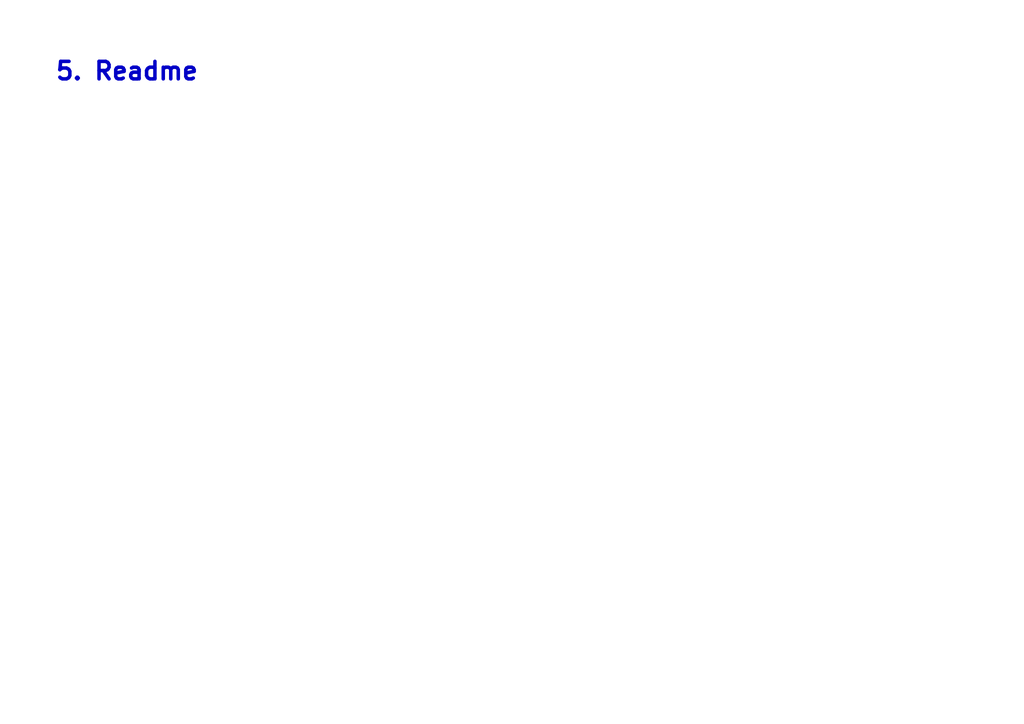
<source format=kicad_sch>
(kicad_sch
	(version 20231120)
	(generator "eeschema")
	(generator_version "8.0")
	(uuid "a918e061-2bf3-47d0-8042-9a13d8bd7ff2")
	(paper "A4")
	(lib_symbols)
	(text "5. Readme\n"
		(exclude_from_sim no)
		(at 36.83 20.828 0)
		(effects
			(font
				(size 5.08 5.08)
				(thickness 1.016)
				(bold yes)
			)
			(href "#1")
		)
		(uuid "b7249751-a2d1-476d-a1f2-f904ffe399e9")
	)
)

</source>
